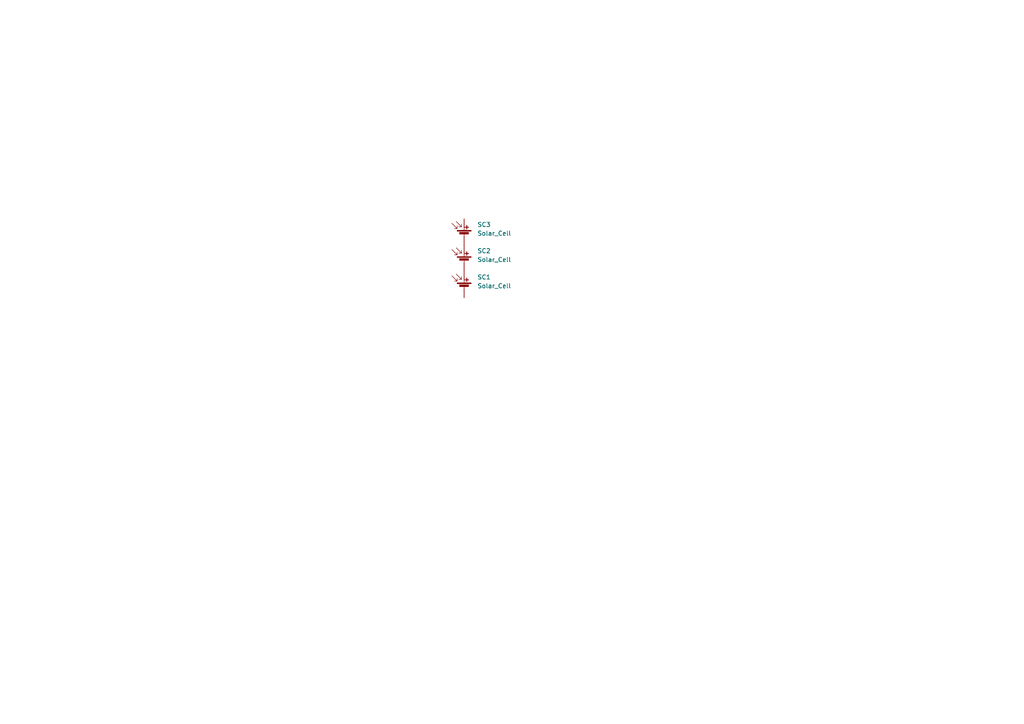
<source format=kicad_sch>
(kicad_sch (version 20231120) (generator "eeschema") (generator_version "8.0")
  (paper "A4")
  (lib_symbols
    (symbol "Device:Solar_Cell" (pin_numbers hide) (pin_names (offset 0) hide)
      (property "Reference" "SC" (at 2.54 2.54 0))
      (property "Value" "Solar_Cell" (at 2.54 0 0))
      (symbol "Solar_Cell_0_1"
        (rectangle (start -2.032 1.778) (end 2.032 1.524) (fill (type outline)))
        (rectangle (start -1.3208 1.1938) (end 1.27 0.6858) (fill (type outline)))
        (polyline (pts (xy -2.032 2.286) (xy -3.556 3.81)))
        (polyline (pts (xy -0.762 2.794) (xy -2.286 4.318)))
        (polyline (pts (xy 0 0.762) (xy 0 0)))
        (polyline (pts (xy 0 1.778) (xy 0 2.54)))
        (polyline (pts (xy 0.254 2.667) (xy 1.27 2.667)) (stroke (width 0.254)))
        (polyline (pts (xy 0.762 3.175) (xy 0.762 2.159)) (stroke (width 0.254)))
        (polyline (pts (xy -2.032 3.048) (xy -2.032 2.286) (xy -2.794 2.286)))
        (polyline (pts (xy -0.762 3.556) (xy -0.762 2.794) (xy -1.524 2.794)))
      )
      (symbol "Solar_Cell_1_1"
        (pin passive line (at 0 5.08 270) (length 2.54) (name "+") (number "1"))
        (pin passive line (at 0 -2.54 90) (length 2.54) (name "-") (number "2"))
      )
    )
  )
  (symbol (lib_id "Device:Solar_Cell") (at 134.62 68.58 0) (unit 1)
    (property "Reference" "SC3" (at 138.43 65.1509 0) (effects (justify left)))
    (property "Value" "Solar_Cell" (at 138.43 67.6909 0) (effects (justify left)))
    (property "Description" "Single solar cell" (effects (hide yes)))
  )
  (symbol (lib_id "Device:Solar_Cell") (at 134.62 83.82 0) (unit 1)
    (property "Reference" "SC1" (at 138.43 80.3909 0) (effects (justify left)))
    (property "Value" "Solar_Cell" (at 138.43 82.9309 0) (effects (justify left)))
    (property "Description" "Single solar cell" (effects (hide yes)))
  )
  (symbol (lib_id "Device:Solar_Cell") (at 134.62 76.2 0) (unit 1)
    (property "Reference" "SC2" (at 138.43 72.7709 0) (effects (justify left)))
    (property "Value" "Solar_Cell" (at 138.43 75.3109 0) (effects (justify left)))
    (property "Description" "Single solar cell" (effects (hide yes)))
  )
)
</source>
